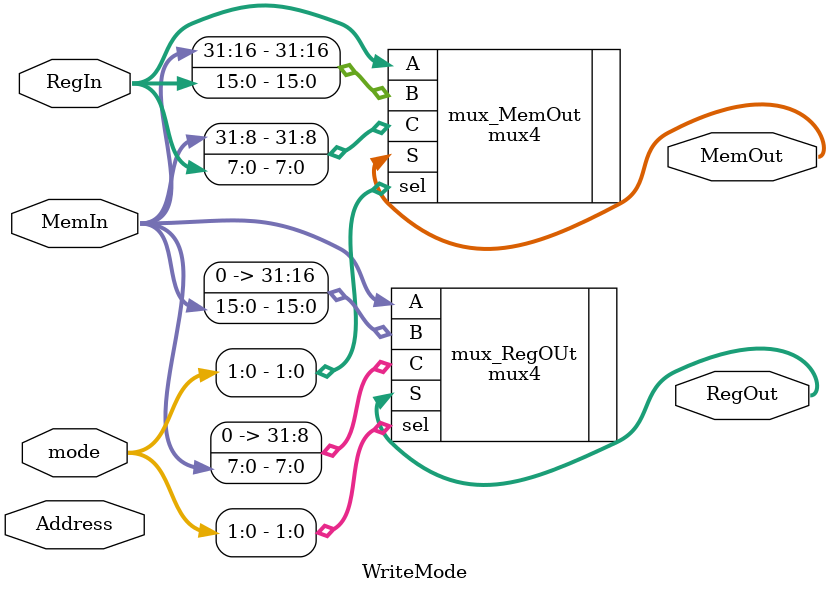
<source format=sv>
module WriteMode(input logic [31:0] Address, input logic [31:0] RegIn, input logic [31:0] MemIn, input logic [2:0] mode, output logic [31:0] MemOut, output logic [31:0] RegOut);

logic [31:0] MRB, MRH, RMB, RMH;
logic [1:0] sel;

mux4 mux_RegOUt(.A(MemIn), .B({16'b0, MemIn[15:0]}), .C({24'b0, MemIn[7:0]}), .S(RegOut), .sel(mode[1:0]));
mux4 mux_MemOut(.A(RegIn), .B({MemIn[31:16], RegIn[15:0]}), .C({MemIn[31:8], RegIn[7:0]}), .S(MemOut), .sel(mode[1:0]));

endmodule: WriteMode
</source>
